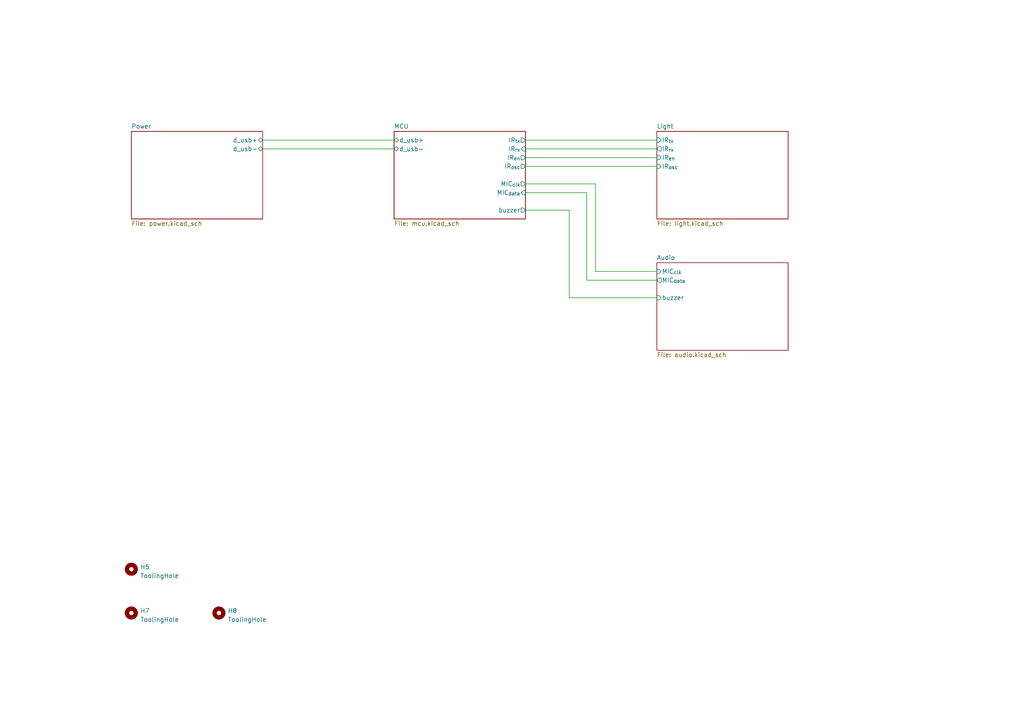
<source format=kicad_sch>
(kicad_sch (version 20230121) (generator eeschema)
  (paper "A4")
  (title_block (title "Overview") (date "2023-06-17"))
  (lib_symbols
    (symbol "Mechanical:MountingHole" (pin_names (offset 1.016))
      (property "Reference" "H" (at 0 5.08 0))
      (property "Value" "MountingHole" (at 0 3.175 0))
      (symbol "MountingHole_0_1"
        (circle (center 0 0) (radius 1.27) (stroke (width 1.27)))
      )
    )
  )
  (wire (pts (xy 152.4 48.26) (xy 190.5 48.26)))
  (wire (pts (xy 165.1 86.36) (xy 190.5 86.36)))
  (wire (pts (xy 152.4 43.18) (xy 190.5 43.18)))
  (wire (pts (xy 172.72 78.74) (xy 172.72 53.34)))
  (wire (pts (xy 76.2 40.64) (xy 114.3 40.64)))
  (wire (pts (xy 152.4 55.88) (xy 170.18 55.88)))
  (wire (pts (xy 190.5 78.74) (xy 172.72 78.74)))
  (wire (pts (xy 170.18 81.28) (xy 190.5 81.28)))
  (wire (pts (xy 152.4 60.96) (xy 165.1 60.96)))
  (wire (pts (xy 76.2 43.18) (xy 114.3 43.18)))
  (wire (pts (xy 152.4 45.72) (xy 190.5 45.72)))
  (wire (pts (xy 170.18 55.88) (xy 170.18 81.28)))
  (wire (pts (xy 152.4 40.64) (xy 190.5 40.64)))
  (wire (pts (xy 172.72 53.34) (xy 152.4 53.34)))
  (wire (pts (xy 165.1 60.96) (xy 165.1 86.36)))
  (symbol (lib_id "Mechanical:MountingHole") (at 38.1 177.8 0) (unit 1)
    (property "Reference" "H7" (at 40.64 177.165 0) (effects (justify left)))
    (property "Value" "ToolingHole" (at 40.64 179.705 0) (effects (justify left)))
    (property "Footprint" "LCSC:ToolingHole" (effects hide))
  )
  (symbol (lib_id "Mechanical:MountingHole") (at 38.1 165.1 0) (unit 1)
    (property "Reference" "H5" (at 40.64 164.465 0) (effects (justify left)))
    (property "Value" "ToolingHole" (at 40.64 167.005 0) (effects (justify left)))
    (property "Footprint" "LCSC:ToolingHole" (effects hide))
  )
  (symbol (lib_id "Mechanical:MountingHole") (at 63.5 177.8 0) (unit 1)
    (property "Reference" "H8" (at 66.04 177.165 0) (effects (justify left)))
    (property "Value" "ToolingHole" (at 66.04 179.705 0) (effects (justify left)))
    (property "Footprint" "LCSC:ToolingHole" (effects hide))
  )
  (sheet (at 38.1 38.1) (size 38.1 25.4) (stroke (width 0.1524))
    (property "Sheetname" "Power" (at 38.1 37.3884 0) (effects (justify left bottom)))
    (property "Sheetfile" "power.kicad_sch" (at 38.1 64.0846 0) (effects (justify left top)))
    (pin "d_usb-" bidirectional (at 76.2 43.18 0))
    (pin "d_usb+" bidirectional (at 76.2 40.64 0))
  )
  (sheet (at 190.5 76.2) (size 38.1 25.4) (stroke (width 0.1524))
    (property "Sheetname" "Audio" (at 190.5 75.4884 0) (effects (justify left bottom)))
    (property "Sheetfile" "audio.kicad_sch" (at 190.5 102.1846 0) (effects (justify left top)))
    (pin "MIC_{clk}" input (at 190.5 78.74 180))
    (pin "MIC_{data}" output (at 190.5 81.28 180))
    (pin "buzzer" input (at 190.5 86.36 180))
  )
  (sheet (at 114.3 38.1) (size 38.1 25.4) (stroke (width 0.1524))
    (property "Sheetname" "MCU" (at 114.3 37.3884 0) (effects (justify left bottom)))
    (property "Sheetfile" "mcu.kicad_sch" (at 114.3 64.0846 0) (effects (justify left top)))
    (pin "d_usb-" bidirectional (at 114.3 43.18 180))
    (pin "d_usb+" bidirectional (at 114.3 40.64 180))
    (pin "MIC_{data}" input (at 152.4 55.88 0))
    (pin "MIC_{clk}" output (at 152.4 53.34 0))
    (pin "buzzer" output (at 152.4 60.96 0))
    (pin "IR_{tx}" output (at 152.4 40.64 0))
    (pin "IR_{rx}" input (at 152.4 43.18 0))
    (pin "IR_{en}" output (at 152.4 45.72 0))
    (pin "IR_{osc}" output (at 152.4 48.26 0))
  )
  (sheet (at 190.5 38.1) (size 38.1 25.4) (stroke (width 0.1524))
    (property "Sheetname" "Light" (at 190.5 37.3884 0) (effects (justify left bottom)))
    (property "Sheetfile" "light.kicad_sch" (at 190.5 64.0846 0) (effects (justify left top)))
    (pin "IR_{rx}" output (at 190.5 43.18 180))
    (pin "IR_{osc}" input (at 190.5 48.26 180))
    (pin "IR_{en}" input (at 190.5 45.72 180))
    (pin "IR_{tx}" input (at 190.5 40.64 180))
  )
)
</source>
